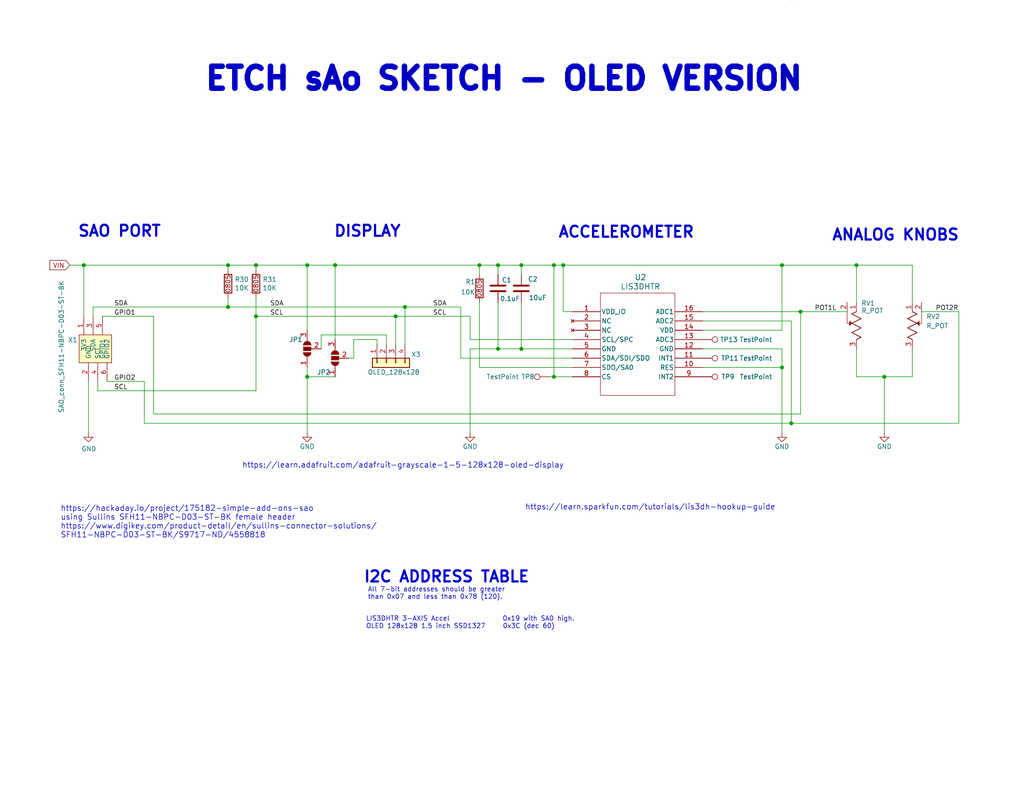
<source format=kicad_sch>
(kicad_sch (version 20231120) (generator "eeschema") (generator_version "8.0")
  (paper "A")
  (title_block (title "Etch sAo Sketch") (date "2024-09-27") (rev "1.0") (company "Concept and design by Andy Geppert @ www.MachineIdeas.com") (comment 2 "Visit www.Core64.io for information on assembly and optional features.") (comment 4 "All non-polarized capacitors are X7R or X5R ceramic unless otherwise noted."))
  (lib_symbols
    (symbol "ANDY_SYMBOL_LIBRARY:GND" (power) (pin_names (offset 0))
      (property "Value" "GND" (at 3.937 -1.905 0))
      (symbol "GND_0_1"
        (polyline (pts (xy 0 0) (xy 0 -1.27) (xy 1.27 -1.27) (xy 0 -2.54) (xy -1.27 -1.27) (xy 0 -1.27)))
      )
      (symbol "GND_1_1"
        (pin power_in line (at 0 0 270) (length 0) hide (name "GND") (number "1"))
      )
    )
    (symbol "ANDY_SYMBOL_LIBRARY:LIS3DHTR" (pin_names (offset 0.254))
      (property "Reference" "U" (at 18.288 9.652 0))
      (property "Value" "LIS3DHTR" (at 18.288 7.112 0))
      (symbol "LIS3DHTR_0_1"
        (polyline (pts (xy 7.62 -22.86) (xy 27.94 -22.86)) (stroke (width 0.127)))
        (polyline (pts (xy 7.62 5.08) (xy 7.62 -22.86)) (stroke (width 0.127)))
        (polyline (pts (xy 27.94 -22.86) (xy 27.94 5.08)) (stroke (width 0.127)))
        (polyline (pts (xy 27.94 5.08) (xy 7.62 5.08)) (stroke (width 0.127)))
        (pin power_in line (at 0 0 0) (length 7.62) (name "VDD_IO") (number "1"))
        (pin unspecified line (at 35.56 -15.24 180) (length 7.62) (name "RES") (number "10"))
        (pin unspecified line (at 35.56 -12.7 180) (length 7.62) (name "INT1") (number "11"))
        (pin power_in line (at 35.56 -10.16 180) (length 7.62) (name "GND") (number "12"))
        (pin input line (at 35.56 -7.62 180) (length 7.62) (name "ADC3") (number "13"))
        (pin power_in line (at 35.56 -5.08 180) (length 7.62) (name "VDD") (number "14"))
        (pin input line (at 35.56 -2.54 180) (length 7.62) (name "ADC2") (number "15"))
        (pin input line (at 35.56 0 180) (length 7.62) (name "ADC1") (number "16"))
        (pin no_connect line (at 0 -2.54 0) (length 7.62) (name "NC") (number "2"))
        (pin no_connect line (at 0 -5.08 0) (length 7.62) (name "NC") (number "3"))
        (pin unspecified line (at 0 -7.62 0) (length 7.62) (name "SCL/SPC") (number "4"))
        (pin power_in line (at 0 -10.16 0) (length 7.62) (name "GND") (number "5"))
        (pin unspecified line (at 0 -12.7 0) (length 7.62) (name "SDA/SDI/SDO") (number "6"))
        (pin unspecified line (at 0 -15.24 0) (length 7.62) (name "SDO/SA0") (number "7"))
        (pin unspecified line (at 0 -17.78 0) (length 7.62) (name "CS") (number "8"))
        (pin unspecified line (at 35.56 -17.78 180) (length 7.62) (name "INT2") (number "9"))
      )
    )
    (symbol "ANDY_SYMBOL_LIBRARY:POT_91AR5KLF" (pin_names (offset 0.254))
      (property "Reference" "R" (at 5.715 6.985 0))
      (property "Value" "POT_91AR5KLF" (at 6.35 -3.81 0))
      (symbol "POT_91AR5KLF_1_1"
        (polyline (pts (xy 2.54 0) (xy 3.175 1.27)) (stroke (width 0.2032)))
        (polyline (pts (xy 2.54 2.54) (xy 5.715 2.54)) (stroke (width 0.127)))
        (polyline (pts (xy 3.175 1.27) (xy 4.445 -1.27)) (stroke (width 0.2032)))
        (polyline (pts (xy 4.445 -1.27) (xy 5.715 1.27)) (stroke (width 0.2032)))
        (polyline (pts (xy 5.715 1.27) (xy 6.985 -1.27)) (stroke (width 0.2032)))
        (polyline (pts (xy 5.715 2.54) (xy 5.715 1.27)) (stroke (width 0.127)))
        (polyline (pts (xy 6.985 -1.27) (xy 8.255 1.27)) (stroke (width 0.2032)))
        (polyline (pts (xy 8.255 1.27) (xy 9.525 -1.27)) (stroke (width 0.2032)))
        (polyline (pts (xy 9.525 -1.27) (xy 10.16 0)) (stroke (width 0.2032)))
        (polyline (pts (xy 5.08 1.905) (xy 5.715 1.27) (xy 6.35 1.905) (xy 5.715 1.905)) (fill (type outline)))
        (pin unspecified line (at 0 0 0) (length 2.54) (name "") (number "1"))
        (pin unspecified line (at 2.54 2.54 180) (length 2.54) (name "") (number "2"))
        (pin unspecified line (at 12.7 0 180) (length 2.54) (name "") (number "3"))
      )
    )
    (symbol "ANDY_SYMBOL_LIBRARY:Resistor_0805" (pin_numbers hide) (pin_names (offset 0))
      (property "Reference" "R" (at 2.032 0 90))
      (property "Value" "Resistor_0805" (at 0 0 90))
      (symbol "Resistor_0805_0_1"
        (rectangle (start -1.016 -2.54) (end 1.016 2.54) (stroke (width 0.254)))
      )
      (symbol "Resistor_0805_1_1"
        (text "0805" (at 0 0 900) (effects (font (size 1.27 1.27))))
        (pin passive line (at 0 3.81 270) (length 1.27) (name "~") (number "1"))
        (pin passive line (at 0 -3.81 90) (length 1.27) (name "~") (number "2"))
      )
    )
    (symbol "ANDY_SYMBOL_LIBRARY:SAO_conn_SFH11-NBPC-D03-ST-BK-badgelife_shitty_addon_v169bis" (pin_names (offset 1.016))
      (property "Reference" "X1" (at -8.1534 1.1938 0))
      (property "Value" "SAO_conn_SFH11-NBPC-D03-ST-BK" (at -10.6934 -18.9484 0))
      (symbol "SAO_conn_SFH11-NBPC-D03-ST-BK-badgelife_shitty_addon_v169bis_0_1"
        (rectangle (start -5.08 2.54) (end 3.81 -5.08) (fill (type background)))
      )
      (symbol "SAO_conn_SFH11-NBPC-D03-ST-BK-badgelife_shitty_addon_v169bis_1_1"
        (pin input line (at -3.81 7.62 270) (length 5.08) (name "3V3") (number "1"))
        (pin input line (at -2.54 -10.16 90) (length 5.08) (name "GND") (number "2"))
        (pin input line (at -1.27 7.62 270) (length 5.08) (name "SDA") (number "3"))
        (pin input line (at 0 -10.16 90) (length 5.08) (name "SCL") (number "4"))
        (pin input line (at 1.27 7.62 270) (length 5.08) (name "GPIO1") (number "5"))
        (pin input line (at 2.54 -10.16 90) (length 5.08) (name "GPIO2") (number "6"))
      )
    )
    (symbol "CORE_64_LIBRARY:SolderJumper_3_Open-Jumper" (pin_names (offset 0) hide)
      (property "Reference" "JP1" (at -1.27 2.54 90))
      (symbol "SolderJumper_3_Open-Jumper_0_1"
        (arc (start -1.016 1.016) (mid -2.0275 0) (end -1.016 -1.016))
        (arc (start -1.016 1.016) (mid -2.0275 0) (end -1.016 -1.016) (fill (type outline)))
        (rectangle (start -0.508 1.016) (end 0.508 -1.016) (fill (type outline)))
        (polyline (pts (xy -2.54 0) (xy -2.032 0)))
        (polyline (pts (xy -1.016 1.016) (xy -1.016 -1.016)))
        (polyline (pts (xy 0 -1.27) (xy 0 -1.016)))
        (polyline (pts (xy 1.016 1.016) (xy 1.016 -1.016)))
        (polyline (pts (xy 2.54 0) (xy 2.032 0)))
        (arc (start 1.016 -1.016) (mid 2.0275 0) (end 1.016 1.016))
        (arc (start 1.016 -1.016) (mid 2.0275 0) (end 1.016 1.016) (fill (type outline)))
      )
      (symbol "SolderJumper_3_Open-Jumper_1_1"
        (pin passive line (at -5.08 0 0) (length 2.54) (name "A") (number "1"))
        (pin input line (at 0 -3.81 90) (length 2.54) (name "C") (number "2"))
        (pin passive line (at 5.08 0 180) (length 2.54) (name "B") (number "3"))
      )
    )
    (symbol "Connector:TestPoint" (pin_numbers hide) (pin_names (offset 0.762) hide)
      (property "Reference" "TP" (at 0 6.858 0))
      (property "Value" "TestPoint" (at 0 5.08 0))
      (symbol "TestPoint_0_1"
        (circle (center 0 3.302) (radius 0.762))
      )
      (symbol "TestPoint_1_1"
        (pin passive line (at 0 0 90) (length 2.54) (name "1") (number "1"))
      )
    )
    (symbol "Connector_Generic:Conn_01x04" (pin_names (offset 1.016) hide)
      (property "Reference" "J" (at 0 5.08 0))
      (property "Value" "Conn_01x04" (at 0 -7.62 0))
      (symbol "Conn_01x04_1_1"
        (rectangle (start -1.27 -4.953) (end 0 -5.207) (stroke (width 0.1524)))
        (rectangle (start -1.27 -2.413) (end 0 -2.667) (stroke (width 0.1524)))
        (rectangle (start -1.27 0.127) (end 0 -0.127) (stroke (width 0.1524)))
        (rectangle (start -1.27 2.667) (end 0 2.413) (stroke (width 0.1524)))
        (rectangle (start -1.27 3.81) (end 1.27 -6.35) (stroke (width 0.254)) (fill (type background)))
        (pin passive line (at -5.08 2.54 0) (length 3.81) (name "Pin_1") (number "1"))
        (pin passive line (at -5.08 0 0) (length 3.81) (name "Pin_2") (number "2"))
        (pin passive line (at -5.08 -2.54 0) (length 3.81) (name "Pin_3") (number "3"))
        (pin passive line (at -5.08 -5.08 0) (length 3.81) (name "Pin_4") (number "4"))
      )
    )
    (symbol "Device:C" (pin_numbers hide) (pin_names (offset 0.254))
      (property "Reference" "C" (at 0.635 2.54 0))
      (property "Value" "C" (at 0.635 -2.54 0))
      (symbol "C_0_1"
        (polyline (pts (xy -2.032 -0.762) (xy 2.032 -0.762)) (stroke (width 0.508)))
        (polyline (pts (xy -2.032 0.762) (xy 2.032 0.762)) (stroke (width 0.508)))
      )
      (symbol "C_1_1"
        (pin passive line (at 0 3.81 270) (length 2.794) (name "~") (number "1"))
        (pin passive line (at 0 -3.81 90) (length 2.794) (name "~") (number "2"))
      )
    )
    (symbol "power:GND" (power) (pin_names (offset 0))
      (property "Value" "GND" (at 0 -3.81 0))
      (symbol "GND_0_1"
        (polyline (pts (xy 0 0) (xy 0 -1.27) (xy 1.27 -1.27) (xy 0 -2.54) (xy -1.27 -1.27) (xy 0 -1.27)))
      )
      (symbol "GND_1_1"
        (pin power_in line (at 0 0 270) (length 0) hide (name "GND") (number "1"))
      )
    )
  )
  (bus_alias "CA_SHIFT_REGISTER_BUS" (members "CM_SR_CLK" "CM_SR_LAT" "CM_SR_~{OE}" "CM_SR_SER1"))
  (bus_alias "CM_TRANSISTOR_DRIVE_BUS" (members "CM_Q1N" "CM_Q1P" "CM_Q2N" "CM_Q2P" "CM_Q3N" "CM_Q3P" "CM_Q4N" "CM_Q4P" "CM_Q5N" "CM_Q5P" "CM_Q6N" "CM_Q6P" "CM_Q7N" "CM_Q7P" "CM_Q8N" "CM_Q8P" "CM_Q9N" "CM_Q9P" "CM_Q10N" "CM_Q10P" "CA_SR_GPO_A" "CA_SR_GPO_B" "CA_SR_GPO_C" "CA_SR_GPO_D"))
  (bus_alias "GPIO_CPS_BUS" (members "GPIO1_CP1_SAO1" "GPIO2_CP2_SAO2" "GPIO3_CP3_DC" "GPIO4_CP4_CS2" "GPIO5_CP5_HS1" "GPIO6_CP6_HS2" "GPIO7_CP7_HS3" "GPIO8_CP8_HS4"))
  (bus_alias "I2C_3V3_BUS" (members "I2C_3V3_SCL" "I2C_3V3_SDA"))
  (bus_alias "SPI_3V3_BUS" (members "SPI_CD" "SPI_RESET" "SPI_SDI" "SPI_CS1" "SPI_CLK" "SPI_SDO"))
  (junction (at 241.3 102.87))
  (junction (at 107.95 86.36))
  (junction (at 91.44 72.39))
  (junction (at 213.36 72.39))
  (junction (at 142.24 72.39))
  (junction (at 142.24 95.25))
  (junction (at 62.23 72.39))
  (junction (at 130.81 72.39))
  (junction (at 110.49 83.82))
  (junction (at 218.44 85.09))
  (junction (at 215.9 115.57))
  (junction (at 83.82 102.87))
  (junction (at 233.68 72.39))
  (junction (at 151.13 102.87))
  (junction (at 69.85 86.36))
  (junction (at 135.89 72.39))
  (junction (at 22.86 72.39))
  (junction (at 153.67 72.39))
  (junction (at 62.23 83.82))
  (junction (at 69.85 72.39))
  (junction (at 213.36 100.33))
  (junction (at 151.13 72.39))
  (junction (at 83.82 72.39))
  (junction (at 135.89 95.25))
  (wire (pts (xy 69.85 86.36) (xy 107.95 86.36)))
  (wire (pts (xy 22.86 72.39) (xy 62.23 72.39)))
  (wire (pts (xy 26.67 106.68) (xy 26.67 104.14)))
  (wire (pts (xy 130.81 100.33) (xy 130.81 82.55)))
  (wire (pts (xy 91.44 72.39) (xy 130.81 72.39)))
  (wire (pts (xy 241.3 102.87) (xy 241.3 118.11)))
  (wire (pts (xy 125.73 97.79) (xy 125.73 83.82)))
  (wire (pts (xy 251.46 85.09) (xy 261.62 85.09)))
  (wire (pts (xy 29.21 104.14) (xy 39.37 104.14)))
  (wire (pts (xy 261.62 115.57) (xy 261.62 85.09)))
  (wire (pts (xy 135.89 82.55) (xy 135.89 95.25)))
  (wire (pts (xy 142.24 95.25) (xy 156.21 95.25)))
  (wire (pts (xy 156.21 100.33) (xy 130.81 100.33)))
  (wire (pts (xy 135.89 72.39) (xy 135.89 74.93)))
  (wire (pts (xy 19.05 72.39) (xy 22.86 72.39)))
  (wire (pts (xy 62.23 81.28) (xy 62.23 83.82)))
  (wire (pts (xy 83.82 72.39) (xy 83.82 90.17)))
  (wire (pts (xy 62.23 83.82) (xy 110.49 83.82)))
  (wire (pts (xy 87.63 91.44) (xy 105.41 91.44)))
  (wire (pts (xy 69.85 81.28) (xy 69.85 86.36)))
  (wire (pts (xy 135.89 72.39) (xy 142.24 72.39)))
  (wire (pts (xy 142.24 72.39) (xy 142.24 74.93)))
  (wire (pts (xy 233.68 95.25) (xy 233.68 102.87)))
  (wire (pts (xy 41.91 86.36) (xy 41.91 113.03)))
  (wire (pts (xy 128.27 95.25) (xy 128.27 118.11)))
  (wire (pts (xy 215.9 115.57) (xy 215.9 87.63)))
  (wire (pts (xy 25.4 83.82) (xy 25.4 86.36)))
  (wire (pts (xy 156.21 97.79) (xy 125.73 97.79)))
  (wire (pts (xy 96.52 97.79) (xy 96.52 92.71)))
  (wire (pts (xy 151.13 102.87) (xy 156.21 102.87)))
  (wire (pts (xy 105.41 91.44) (xy 105.41 93.98)))
  (polyline (pts (xy 215.9 -431.8) (xy 215.9 -152.4)) (stroke (width 0) (type dash)))
  (wire (pts (xy 102.87 92.71) (xy 102.87 93.98)))
  (wire (pts (xy 69.85 72.39) (xy 83.82 72.39)))
  (wire (pts (xy 233.68 72.39) (xy 233.68 82.55)))
  (wire (pts (xy 153.67 72.39) (xy 213.36 72.39)))
  (wire (pts (xy 241.3 102.87) (xy 248.92 102.87)))
  (wire (pts (xy 156.21 85.09) (xy 153.67 85.09)))
  (wire (pts (xy 83.82 72.39) (xy 91.44 72.39)))
  (wire (pts (xy 130.81 72.39) (xy 135.89 72.39)))
  (wire (pts (xy 62.23 72.39) (xy 62.23 73.66)))
  (wire (pts (xy 213.36 72.39) (xy 233.68 72.39)))
  (wire (pts (xy 218.44 85.09) (xy 231.14 85.09)))
  (wire (pts (xy 91.44 72.39) (xy 91.44 92.71)))
  (wire (pts (xy 218.44 85.09) (xy 218.44 113.03)))
  (wire (pts (xy 233.68 72.39) (xy 248.92 72.39)))
  (wire (pts (xy 26.67 106.68) (xy 69.85 106.68)))
  (wire (pts (xy 110.49 83.82) (xy 110.49 93.98)))
  (wire (pts (xy 151.13 72.39) (xy 151.13 102.87)))
  (wire (pts (xy 191.77 90.17) (xy 213.36 90.17)))
  (wire (pts (xy 135.89 95.25) (xy 142.24 95.25)))
  (wire (pts (xy 213.36 90.17) (xy 213.36 72.39)))
  (wire (pts (xy 149.86 102.87) (xy 151.13 102.87)))
  (wire (pts (xy 135.89 95.25) (xy 128.27 95.25)))
  (wire (pts (xy 215.9 87.63) (xy 191.77 87.63)))
  (wire (pts (xy 83.82 118.11) (xy 83.82 102.87)))
  (wire (pts (xy 128.27 92.71) (xy 128.27 86.36)))
  (wire (pts (xy 151.13 72.39) (xy 153.67 72.39)))
  (wire (pts (xy 83.82 102.87) (xy 83.82 100.33)))
  (wire (pts (xy 213.36 100.33) (xy 213.36 118.11)))
  (wire (pts (xy 142.24 82.55) (xy 142.24 95.25)))
  (wire (pts (xy 153.67 85.09) (xy 153.67 72.39)))
  (wire (pts (xy 248.92 95.25) (xy 248.92 102.87)))
  (polyline (pts (xy 205.74 -431.8) (xy 205.74 -152.4)) (stroke (width 0) (type dash)))
  (wire (pts (xy 39.37 115.57) (xy 215.9 115.57)))
  (wire (pts (xy 87.63 95.25) (xy 87.63 91.44)))
  (polyline (pts (xy 215.9 -152.4) (xy 215.9 0)) (stroke (width 0) (type dash)))
  (wire (pts (xy 24.13 118.11) (xy 24.13 104.14)))
  (wire (pts (xy 107.95 86.36) (xy 107.95 93.98)))
  (wire (pts (xy 62.23 72.39) (xy 69.85 72.39)))
  (wire (pts (xy 69.85 86.36) (xy 69.85 106.68)))
  (wire (pts (xy 83.82 102.87) (xy 91.44 102.87)))
  (wire (pts (xy 96.52 92.71) (xy 102.87 92.71)))
  (wire (pts (xy 156.21 92.71) (xy 128.27 92.71)))
  (wire (pts (xy 191.77 100.33) (xy 213.36 100.33)))
  (wire (pts (xy 248.92 72.39) (xy 248.92 82.55)))
  (wire (pts (xy 215.9 115.57) (xy 261.62 115.57)))
  (wire (pts (xy 27.94 86.36) (xy 41.91 86.36)))
  (wire (pts (xy 233.68 102.87) (xy 241.3 102.87)))
  (wire (pts (xy 213.36 95.25) (xy 213.36 100.33)))
  (wire (pts (xy 191.77 95.25) (xy 213.36 95.25)))
  (wire (pts (xy 142.24 72.39) (xy 151.13 72.39)))
  (polyline (pts (xy 261.62 -8.89) (xy 437.515 -8.89)))
  (wire (pts (xy 39.37 104.14) (xy 39.37 115.57)))
  (polyline (pts (xy 226.06 -431.8) (xy 226.06 -152.4)) (stroke (width 0) (type dash)))
  (wire (pts (xy 110.49 83.82) (xy 125.73 83.82)))
  (wire (pts (xy 191.77 85.09) (xy 218.44 85.09)))
  (wire (pts (xy 69.85 72.39) (xy 69.85 73.66)))
  (wire (pts (xy 107.95 86.36) (xy 128.27 86.36)))
  (wire (pts (xy 95.25 97.79) (xy 96.52 97.79)))
  (wire (pts (xy 130.81 72.39) (xy 130.81 74.93)))
  (wire (pts (xy 41.91 113.03) (xy 218.44 113.03)))
  (wire (pts (xy 22.86 72.39) (xy 22.86 86.36)))
  (wire (pts (xy 25.4 83.82) (xy 62.23 83.82)))
  (text "https://hackaday.io/project/175182-simple-add-ons-sao\nusing Sullins SFH11-NBPC-D03-ST-BK female header\nhttps://www.digikey.com/product-detail/en/sullins-connector-solutions/\nSFH11-NBPC-D03-ST-BK/S9717-ND/4558818" (at 16.51 147.066 0) (effects (font (size 1.5 1.5)) (justify left bottom)))
  (text "https://learn.adafruit.com/adafruit-grayscale-1-5-128x128-oled-display" (at 66.04 128.016 0) (effects (font (size 1.5 1.5)) (justify left bottom)))
  (text "LIS3DHTR 3-AXIS Accel               0x19 with SA0 high.\nOLED 128x128 1.5 inch SSD1327     0x3C (dec 60)" (at 99.822 171.831 0) (effects (font (size 1.27 1.27)) (justify left bottom)))
  (text "DISPLAY" (at 90.932 65.024 0) (effects (font (size 3 3) (thickness 0.6) (bold yes)) (justify left bottom)))
  (text "ANALOG KNOBS" (at 226.822 66.04 0) (effects (font (size 3 3) (thickness 0.6) (bold yes)) (justify left bottom)))
  (text "https://learn.sparkfun.com/tutorials/lis3dh-hookup-guide" (at 143.256 139.446 0) (effects (font (size 1.5 1.5)) (justify left bottom)))
  (text "ETCH sAo SKETCH - OLED VERSION" (at 55.372 25.146 0) (effects (font (size 6 6) (thickness 1.6) (bold yes)) (justify left bottom)))
  (text "I2C ADDRESS TABLE" (at 99.06 159.385 0) (effects (font (size 2.9972 2.9972) (thickness 0.5994) (bold yes)) (justify left bottom)))
  (text "ACCELEROMETER" (at 152.146 65.278 0) (effects (font (size 3 3) (thickness 0.6) (bold yes)) (justify left bottom)))
  (text "All 7-bit addresses should be greater\nthan 0x07 and less than 0x78 (120)." (at 100.33 163.83 0) (effects (font (size 1.27 1.27)) (justify left bottom)))
  (text "SAO PORT" (at 21.082 65.024 0) (effects (font (size 3 3) (thickness 0.6) (bold yes)) (justify left bottom)))
  (label "SDA" (at 31.115 83.82 0))
  (label "GPIO1" (at 31.115 86.36 0))
  (label "SCL" (at 31.115 106.68 0))
  (label "POT2R" (at 255.27 85.09 0))
  (label "GPIO2" (at 31.115 104.14 0))
  (label "SCL" (at 118.11 86.36 0))
  (label "SDA" (at 73.66 83.82 0))
  (label "POT1L" (at 222.25 85.09 0))
  (label "SDA" (at 118.11 83.82 0))
  (label "SCL" (at 73.66 86.36 0))
  (global_label "VIN" (shape input) (at 19.05 72.39 180) (property "Intersheetrefs" "${INTERSHEET_REFS}" (effects (hide yes))))
  (symbol (lib_id "ANDY_SYMBOL_LIBRARY:Resistor_0805") (at 69.85 77.47 0) (unit 1)
    (property "Reference" "R31" (at 71.628 76.3016 0) (effects (justify left)))
    (property "Value" "10K" (at 71.628 78.613 0) (effects (justify left)))
    (property "Footprint" "Resistor_SMD:R_0805_2012Metric" (effects (hide yes)))
    (property "Description" "Resistor" (effects (hide yes)))
    (property "Populate" "no" (effects (hide yes)))
    (property "LCSC" "C17414" (effects (hide yes)))
  )
  (symbol (lib_id "ANDY_SYMBOL_LIBRARY:Resistor_0805") (at 62.23 77.47 0) (unit 1)
    (property "Reference" "R30" (at 64.008 76.3016 0) (effects (justify left)))
    (property "Value" "10K" (at 64.008 78.613 0) (effects (justify left)))
    (property "Footprint" "Resistor_SMD:R_0805_2012Metric" (effects (hide yes)))
    (property "Description" "Resistor" (effects (hide yes)))
    (property "Populate" "no" (effects (hide yes)))
    (property "LCSC" "C17414" (effects (hide yes)))
  )
  (symbol (lib_id "ANDY_SYMBOL_LIBRARY:GND") (at 24.13 118.11 0) (unit 1)
    (property "Reference" "#PWR02" (effects (hide yes)))
    (property "Value" "GND" (at 24.257 122.555 0))
  )
  (symbol (lib_id "ANDY_SYMBOL_LIBRARY:LIS3DHTR") (at 156.21 85.09 0) (unit 1)
    (property "Reference" "U2" (at 174.752 75.692 0) (effects (font (size 1.524 1.524))))
    (property "Value" "LIS3DHTR" (at 174.752 78.232 0) (effects (font (size 1.524 1.524))))
    (property "Footprint" "Andy_Footprint_Library:LGA-16_3x3x1mm_STM" (effects (hide yes)))
    (property "Datasheet" "LIS3DHTR" (effects (hide yes)))
    (property "Digi-Key_PN" "497-10613-2-ND" (effects (hide yes)))
    (property "LCSC" "C15134" (effects (hide yes)))
    (property "Manufacturer" "STMicroelectronics" (effects (hide yes)))
    (property "Manufacturer_Part_Number" "LIS3DHTR" (effects (hide yes)))
  )
  (symbol (lib_id "Connector:TestPoint") (at 149.86 102.87 90) (unit 1)
    (property "Reference" "TP8" (at 144.018 102.87 90))
    (property "Value" "TestPoint" (at 137.16 102.87 90))
    (property "Footprint" "TestPoint:TestPoint_Pad_1.0x1.0mm" (effects (hide yes)))
    (property "Description" "test point" (effects (hide yes)))
  )
  (symbol (lib_id "Connector_Generic:Conn_01x04") (at 105.41 99.06 90) (mirror x) (unit 1)
    (property "Reference" "X3" (at 114.808 96.774 90) (effects (justify left)))
    (property "Value" "OLED_128x128" (at 114.554 101.6 90) (effects (justify left)))
    (property "Footprint" "Andy_Footprint_Library:OLED_1.50_128x128" (effects (hide yes)))
    (property "Insert?" "No" (effects (hide yes)))
    (property "Populate" "DNP" (effects (hide yes)))
    (property "User Optional" "yes" (effects (hide yes)))
  )
  (symbol (lib_id "power:GND") (at 241.3 118.11 0) (unit 1)
    (property "Reference" "#PWR03" (effects (hide yes)))
    (property "Value" "GND" (at 241.3 121.92 0))
  )
  (symbol (lib_id "ANDY_SYMBOL_LIBRARY:POT_91AR5KLF") (at 233.68 82.55 90) (mirror x) (unit 1)
    (property "Reference" "RV1" (at 238.76 82.804 90) (effects (justify left)))
    (property "Value" "R_POT" (at 241.046 84.836 90) (effects (justify left)))
    (property "Footprint" "Andy_Footprint_Library:POT_RES3_91A_TTE" (effects (hide yes)))
    (property "Datasheet" "91AR5KLF" (effects (hide yes)))
    (property "Description" "Potentiometer, US symbol" (effects (hide yes)))
  )
  (symbol (lib_id "Connector:TestPoint") (at 191.77 102.87 270) (unit 1)
    (property "Reference" "TP9" (at 198.628 102.87 90))
    (property "Value" "TestPoint" (at 206.248 102.87 90))
    (property "Footprint" "TestPoint:TestPoint_Pad_1.0x1.0mm" (effects (hide yes)))
    (property "Description" "test point" (effects (hide yes)))
  )
  (symbol (lib_id "ANDY_SYMBOL_LIBRARY:Resistor_0805") (at 130.81 78.74 0) (unit 1)
    (property "Reference" "R1" (at 127 76.962 0) (effects (justify left)))
    (property "Value" "10K" (at 125.73 79.756 0) (effects (justify left)))
    (property "Footprint" "Resistor_SMD:R_0805_2012Metric" (effects (hide yes)))
    (property "Description" "Resistor" (effects (hide yes)))
    (property "Populate" "no" (effects (hide yes)))
    (property "LCSC" "C17414" (effects (hide yes)))
  )
  (symbol (lib_id "Connector:TestPoint") (at 191.77 92.71 270) (unit 1)
    (property "Reference" "TP13" (at 198.882 92.71 90))
    (property "Value" "TestPoint" (at 206.248 92.71 90))
    (property "Footprint" "TestPoint:TestPoint_Pad_1.0x1.0mm" (effects (hide yes)))
    (property "Description" "test point" (effects (hide yes)))
  )
  (symbol (lib_id "Device:C") (at 135.89 78.74 0) (unit 1)
    (property "Reference" "C1" (at 136.906 76.454 0) (effects (justify left)))
    (property "Value" "0.1uF" (at 136.398 81.534 0) (effects (justify left)))
    (property "Footprint" "Capacitor_SMD:C_0805_2012Metric" (effects (hide yes)))
    (property "Description" "CAP" (effects (hide yes)))
    (property "Insert?" "Yes" (effects (hide yes)))
    (property "LCSC" "C28233" (effects (hide yes)))
    (property "Populate" "yes" (effects (hide yes)))
  )
  (symbol (lib_id "power:GND") (at 213.36 118.11 0) (unit 1)
    (property "Reference" "#PWR06" (effects (hide yes)))
    (property "Value" "GND" (at 213.36 121.92 0))
  )
  (symbol (lib_id "Device:C") (at 142.24 78.74 0) (unit 1)
    (property "Reference" "C2" (at 144.018 76.2 0) (effects (justify left)))
    (property "Value" "10uF" (at 144.272 81.28 0) (effects (justify left)))
    (property "Footprint" "Capacitor_SMD:C_0805_2012Metric" (effects (hide yes)))
    (property "Description" "CAP" (effects (hide yes)))
    (property "Insert?" "Yes" (effects (hide yes)))
    (property "LCSC" "C17024" (effects (hide yes)))
    (property "Populate" "yes" (effects (hide yes)))
  )
  (symbol (lib_id "power:GND") (at 83.82 118.11 0) (unit 1)
    (property "Reference" "#PWR01" (effects (hide yes)))
    (property "Value" "GND" (at 83.82 121.92 0))
  )
  (symbol (lib_id "power:GND") (at 128.27 118.11 0) (unit 1)
    (property "Reference" "#PWR05" (effects (hide yes)))
    (property "Value" "GND" (at 128.27 121.92 0))
  )
  (symbol (lib_id "ANDY_SYMBOL_LIBRARY:SAO_conn_SFH11-NBPC-D03-ST-BK-badgelife_shitty_addon_v169bis") (at 26.67 93.98 0) (unit 1)
    (property "Reference" "X1" (at 18.5166 92.7862 0) (effects (justify left)))
    (property "Value" "SAO_conn_SFH11-NBPC-D03-ST-BK" (at 16.764 112.776 90) (effects (justify left)))
    (property "Footprint" "Andy_Footprint_Library:Badgelife-SAOv169-BADGE-2x3-Edge-Connect-no-front-text" (effects (hide yes)))
    (property "Description" "CONN HDR 6POS KEYED SOCKET 0.1 T.H." (effects (hide yes)))
    (property "MPN" "SFH11-NBPC-D03-ST-BK" (effects (hide yes)))
    (property "Manufacturer_Name" "Sullins" (effects (hide yes)))
    (property "Insert?" "Yes" (effects (hide yes)))
    (property "Populate" "DNP" (effects (hide yes)))
    (property "User Optional" "yes" (effects (hide yes)))
  )
  (symbol (lib_id "ANDY_SYMBOL_LIBRARY:POT_91AR5KLF") (at 248.92 82.55 270) (unit 1)
    (property "Reference" "RV2" (at 252.73 86.4107 90) (effects (justify left)))
    (property "Value" "R_POT" (at 252.73 88.9507 90) (effects (justify left)))
    (property "Footprint" "Andy_Footprint_Library:POT_RES3_91A_TTE" (effects (hide yes)))
    (property "Datasheet" "91AR5KLF" (effects (hide yes)))
    (property "Description" "Potentiometer, US symbol" (effects (hide yes)))
  )
  (symbol (lib_id "CORE_64_LIBRARY:SolderJumper_3_Open-Jumper") (at 83.82 95.25 90) (unit 1)
    (property "Reference" "JP1" (at 82.55 92.71 90) (effects (justify left)))
    (property "Value" "SolderJumper_3_Open" (effects (hide yes)))
    (property "Footprint" "Jumper:SolderJumper-3_P1.3mm_Open_RoundedPad1.0x1.5mm_NumberLabels" (effects (hide yes)))
    (property "Insert?" "No" (effects (hide yes)))
    (property "Populate" "DNP" (effects (hide yes)))
  )
  (symbol (lib_id "Connector:TestPoint") (at 191.77 97.79 270) (unit 1)
    (property "Reference" "TP11" (at 199.136 97.79 90))
    (property "Value" "TestPoint" (at 206.248 97.79 90))
    (property "Footprint" "TestPoint:TestPoint_Pad_1.0x1.0mm" (effects (hide yes)))
    (property "Description" "test point" (effects (hide yes)))
  )
  (symbol (lib_id "CORE_64_LIBRARY:SolderJumper_3_Open-Jumper") (at 91.44 97.79 90) (unit 1)
    (property "Reference" "JP2" (at 90.17 101.6 90) (effects (justify left)))
    (property "Value" "SolderJumper_3_Open" (effects (hide yes)))
    (property "Footprint" "Jumper:SolderJumper-3_P1.3mm_Open_RoundedPad1.0x1.5mm_NumberLabels" (effects (hide yes)))
    (property "Insert?" "No" (effects (hide yes)))
    (property "Populate" "DNP" (effects (hide yes)))
  )
)
</source>
